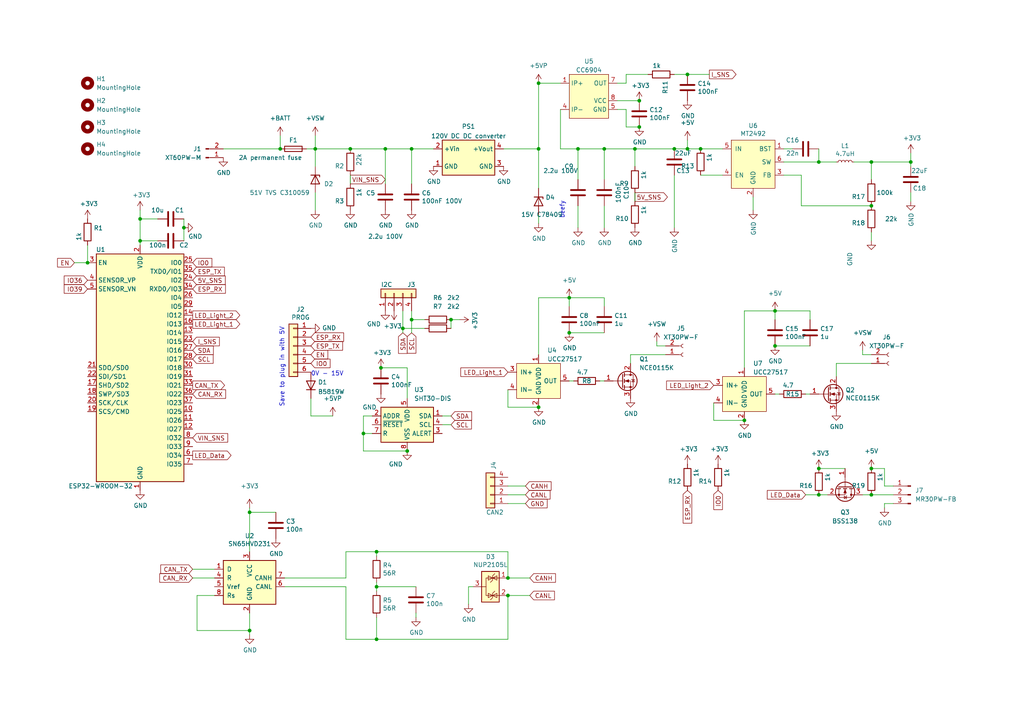
<source format=kicad_sch>
(kicad_sch (version 20211123) (generator eeschema)
  (paper "A4")
  (junction (at 147.32 172.72))
  (junction (at 147.32 167.64))
  (junction (at 72.39 182.88))
  (junction (at 110.49 106.68))
  (junction (at 165.1 96.52))
  (junction (at 109.22 185.42))
  (junction (at 91.44 43.18))
  (junction (at 111.76 43.18))
  (junction (at 199.39 21.59))
  (junction (at 40.64 69.85))
  (junction (at 156.21 24.13))
  (junction (at 185.42 29.21))
  (junction (at 252.73 135.89))
  (junction (at 72.39 148.59))
  (junction (at 185.42 36.83))
  (junction (at 252.73 59.69))
  (junction (at 118.11 130.81))
  (junction (at 53.34 66.04))
  (junction (at 175.26 43.18))
  (junction (at 156.21 118.11))
  (junction (at 156.21 43.18))
  (junction (at 119.38 92.71))
  (junction (at 130.81 92.71))
  (junction (at 105.41 125.73))
  (junction (at 116.84 95.25))
  (junction (at 81.28 43.18))
  (junction (at 224.79 90.17))
  (junction (at 252.73 143.51))
  (junction (at 109.22 170.18))
  (junction (at 264.16 46.99))
  (junction (at 224.79 100.33))
  (junction (at 109.22 160.02))
  (junction (at 237.49 143.51))
  (junction (at 199.39 43.18))
  (junction (at 237.49 135.89))
  (junction (at 203.2 43.18))
  (junction (at 237.49 46.99))
  (junction (at 40.64 63.5))
  (junction (at 25.4 76.2))
  (junction (at 184.15 43.18))
  (junction (at 101.6 43.18))
  (junction (at 215.9 121.92))
  (junction (at 167.64 43.18))
  (junction (at 165.1 86.36))
  (junction (at 252.73 46.99))
  (junction (at 195.58 43.18))
  (junction (at 119.38 43.18))
  (wire (pts (xy 175.26 96.52) (xy 165.1 96.52)))
  (wire (pts (xy 147.32 160.02) (xy 147.32 167.64)))
  (wire (pts (xy 40.64 69.85) (xy 40.64 63.5)))
  (wire (pts (xy 128.27 123.19) (xy 130.81 123.19)))
  (wire (pts (xy 82.55 167.64) (xy 100.33 167.64)))
  (wire (pts (xy 57.15 182.88) (xy 72.39 182.88)))
  (wire (pts (xy 234.95 90.17) (xy 234.95 92.71)))
  (wire (pts (xy 156.21 54.61) (xy 156.21 43.18)))
  (wire (pts (xy 82.55 170.18) (xy 100.33 170.18)))
  (wire (pts (xy 152.4 140.97) (xy 147.32 140.97)))
  (wire (pts (xy 91.44 43.18) (xy 101.6 43.18)))
  (wire (pts (xy 250.19 143.51) (xy 252.73 143.51)))
  (wire (pts (xy 195.58 50.8) (xy 195.58 66.04)))
  (wire (pts (xy 81.28 39.37) (xy 81.28 43.18)))
  (wire (pts (xy 252.73 67.31) (xy 252.73 69.85)))
  (wire (pts (xy 91.44 39.37) (xy 91.44 43.18)))
  (wire (pts (xy 105.41 120.65) (xy 105.41 125.73)))
  (wire (pts (xy 147.32 118.11) (xy 147.32 113.03)))
  (wire (pts (xy 96.52 120.65) (xy 90.17 120.65)))
  (wire (pts (xy 224.79 90.17) (xy 234.95 90.17)))
  (wire (pts (xy 100.33 170.18) (xy 100.33 185.42)))
  (wire (pts (xy 227.33 46.99) (xy 237.49 46.99)))
  (wire (pts (xy 101.6 53.34) (xy 101.6 50.8)))
  (wire (pts (xy 165.1 86.36) (xy 165.1 88.9)))
  (wire (pts (xy 252.73 143.51) (xy 259.08 143.51)))
  (wire (pts (xy 232.41 50.8) (xy 232.41 59.69)))
  (wire (pts (xy 175.26 43.18) (xy 184.15 43.18)))
  (wire (pts (xy 237.49 46.99) (xy 242.57 46.99)))
  (wire (pts (xy 256.54 147.32) (xy 256.54 146.05)))
  (wire (pts (xy 109.22 160.02) (xy 147.32 160.02)))
  (wire (pts (xy 53.34 66.04) (xy 53.34 63.5)))
  (wire (pts (xy 181.61 31.75) (xy 181.61 36.83)))
  (wire (pts (xy 237.49 135.89) (xy 245.11 135.89)))
  (wire (pts (xy 252.73 46.99) (xy 264.16 46.99)))
  (wire (pts (xy 215.9 121.92) (xy 207.01 121.92)))
  (wire (pts (xy 181.61 24.13) (xy 179.07 24.13)))
  (wire (pts (xy 227.33 43.18) (xy 229.87 43.18)))
  (wire (pts (xy 107.95 120.65) (xy 105.41 120.65)))
  (wire (pts (xy 105.41 125.73) (xy 105.41 130.81)))
  (wire (pts (xy 193.04 102.87) (xy 182.88 102.87)))
  (wire (pts (xy 64.77 43.18) (xy 81.28 43.18)))
  (wire (pts (xy 111.76 43.18) (xy 119.38 43.18)))
  (wire (pts (xy 165.1 86.36) (xy 175.26 86.36)))
  (wire (pts (xy 184.15 58.42) (xy 184.15 55.88)))
  (wire (pts (xy 105.41 130.81) (xy 118.11 130.81)))
  (wire (pts (xy 152.4 146.05) (xy 147.32 146.05)))
  (wire (pts (xy 25.4 76.2) (xy 25.4 71.12)))
  (wire (pts (xy 100.33 160.02) (xy 100.33 167.64)))
  (wire (pts (xy 110.49 106.68) (xy 118.11 106.68)))
  (wire (pts (xy 21.59 76.2) (xy 25.4 76.2)))
  (wire (pts (xy 190.5 100.33) (xy 190.5 99.06)))
  (wire (pts (xy 162.56 43.18) (xy 167.64 43.18)))
  (wire (pts (xy 247.65 46.99) (xy 252.73 46.99)))
  (wire (pts (xy 100.33 185.42) (xy 109.22 185.42)))
  (wire (pts (xy 88.9 43.18) (xy 91.44 43.18)))
  (wire (pts (xy 119.38 43.18) (xy 119.38 53.34)))
  (wire (pts (xy 203.2 50.8) (xy 209.55 50.8)))
  (wire (pts (xy 109.22 185.42) (xy 147.32 185.42)))
  (wire (pts (xy 120.65 179.07) (xy 120.65 177.8)))
  (wire (pts (xy 91.44 55.88) (xy 91.44 60.96)))
  (wire (pts (xy 182.88 102.87) (xy 182.88 105.41)))
  (wire (pts (xy 175.26 52.07) (xy 175.26 43.18)))
  (wire (pts (xy 207.01 121.92) (xy 207.01 116.84)))
  (wire (pts (xy 162.56 24.13) (xy 156.21 24.13)))
  (wire (pts (xy 109.22 168.91) (xy 109.22 170.18)))
  (wire (pts (xy 226.06 114.3) (xy 224.79 114.3)))
  (wire (pts (xy 193.04 100.33) (xy 190.5 100.33)))
  (wire (pts (xy 109.22 160.02) (xy 109.22 161.29)))
  (wire (pts (xy 123.19 92.71) (xy 119.38 92.71)))
  (wire (pts (xy 227.33 50.8) (xy 232.41 50.8)))
  (wire (pts (xy 167.64 52.07) (xy 167.64 43.18)))
  (wire (pts (xy 55.88 165.1) (xy 62.23 165.1)))
  (wire (pts (xy 91.44 43.18) (xy 91.44 48.26)))
  (wire (pts (xy 156.21 86.36) (xy 156.21 102.87)))
  (wire (pts (xy 100.33 160.02) (xy 109.22 160.02)))
  (wire (pts (xy 45.72 69.85) (xy 40.64 69.85)))
  (wire (pts (xy 116.84 95.25) (xy 116.84 90.17)))
  (wire (pts (xy 53.34 69.85) (xy 53.34 66.04)))
  (wire (pts (xy 162.56 31.75) (xy 162.56 43.18)))
  (wire (pts (xy 256.54 140.97) (xy 256.54 135.89)))
  (wire (pts (xy 199.39 43.18) (xy 203.2 43.18)))
  (wire (pts (xy 252.73 52.07) (xy 252.73 46.99)))
  (wire (pts (xy 250.19 102.87) (xy 250.19 101.6)))
  (wire (pts (xy 175.26 110.49) (xy 173.99 110.49)))
  (wire (pts (xy 62.23 172.72) (xy 57.15 172.72)))
  (wire (pts (xy 187.96 21.59) (xy 181.61 21.59)))
  (wire (pts (xy 224.79 90.17) (xy 215.9 90.17)))
  (wire (pts (xy 130.81 92.71) (xy 130.81 95.25)))
  (wire (pts (xy 130.81 92.71) (xy 133.35 92.71)))
  (wire (pts (xy 237.49 143.51) (xy 240.03 143.51)))
  (wire (pts (xy 135.89 170.18) (xy 137.16 170.18)))
  (wire (pts (xy 165.1 86.36) (xy 156.21 86.36)))
  (wire (pts (xy 195.58 21.59) (xy 199.39 21.59)))
  (wire (pts (xy 233.68 143.51) (xy 237.49 143.51)))
  (wire (pts (xy 72.39 148.59) (xy 72.39 160.02)))
  (wire (pts (xy 252.73 102.87) (xy 250.19 102.87)))
  (wire (pts (xy 199.39 40.64) (xy 199.39 43.18)))
  (wire (pts (xy 55.88 167.64) (xy 62.23 167.64)))
  (wire (pts (xy 116.84 96.52) (xy 116.84 95.25)))
  (wire (pts (xy 119.38 96.52) (xy 119.38 92.71)))
  (wire (pts (xy 40.64 63.5) (xy 40.64 60.96)))
  (wire (pts (xy 135.89 175.26) (xy 135.89 170.18)))
  (wire (pts (xy 199.39 21.59) (xy 205.74 21.59)))
  (wire (pts (xy 146.05 43.18) (xy 156.21 43.18)))
  (wire (pts (xy 130.81 120.65) (xy 128.27 120.65)))
  (wire (pts (xy 147.32 167.64) (xy 153.67 167.64)))
  (wire (pts (xy 166.37 110.49) (xy 165.1 110.49)))
  (wire (pts (xy 179.07 31.75) (xy 181.61 31.75)))
  (wire (pts (xy 242.57 105.41) (xy 242.57 109.22)))
  (wire (pts (xy 123.19 95.25) (xy 116.84 95.25)))
  (wire (pts (xy 147.32 185.42) (xy 147.32 172.72)))
  (wire (pts (xy 252.73 105.41) (xy 242.57 105.41)))
  (wire (pts (xy 111.76 53.34) (xy 111.76 43.18)))
  (wire (pts (xy 90.17 120.65) (xy 90.17 115.57)))
  (wire (pts (xy 234.95 114.3) (xy 233.68 114.3)))
  (wire (pts (xy 80.01 148.59) (xy 72.39 148.59)))
  (wire (pts (xy 179.07 29.21) (xy 185.42 29.21)))
  (wire (pts (xy 237.49 43.18) (xy 237.49 46.99)))
  (wire (pts (xy 156.21 64.77) (xy 156.21 62.23)))
  (wire (pts (xy 167.64 59.69) (xy 167.64 66.04)))
  (wire (pts (xy 156.21 24.13) (xy 156.21 43.18)))
  (wire (pts (xy 259.08 140.97) (xy 256.54 140.97)))
  (wire (pts (xy 184.15 48.26) (xy 184.15 43.18)))
  (wire (pts (xy 264.16 44.45) (xy 264.16 46.99)))
  (wire (pts (xy 184.15 43.18) (xy 195.58 43.18)))
  (wire (pts (xy 72.39 147.32) (xy 72.39 148.59)))
  (wire (pts (xy 147.32 143.51) (xy 152.4 143.51)))
  (wire (pts (xy 109.22 170.18) (xy 109.22 171.45)))
  (wire (pts (xy 256.54 146.05) (xy 259.08 146.05)))
  (wire (pts (xy 101.6 43.18) (xy 111.76 43.18)))
  (wire (pts (xy 109.22 179.07) (xy 109.22 185.42)))
  (wire (pts (xy 45.72 63.5) (xy 40.64 63.5)))
  (wire (pts (xy 72.39 182.88) (xy 72.39 184.15)))
  (wire (pts (xy 209.55 43.18) (xy 203.2 43.18)))
  (wire (pts (xy 218.44 57.15) (xy 218.44 60.96)))
  (wire (pts (xy 118.11 106.68) (xy 118.11 115.57)))
  (wire (pts (xy 167.64 43.18) (xy 175.26 43.18)))
  (wire (pts (xy 105.41 125.73) (xy 107.95 125.73)))
  (wire (pts (xy 40.64 71.12) (xy 40.64 69.85)))
  (wire (pts (xy 57.15 172.72) (xy 57.15 182.88)))
  (wire (pts (xy 264.16 46.99) (xy 264.16 48.26)))
  (wire (pts (xy 252.73 135.89) (xy 256.54 135.89)))
  (wire (pts (xy 232.41 59.69) (xy 252.73 59.69)))
  (wire (pts (xy 147.32 172.72) (xy 153.67 172.72)))
  (wire (pts (xy 195.58 43.18) (xy 199.39 43.18)))
  (wire (pts (xy 181.61 36.83) (xy 185.42 36.83)))
  (wire (pts (xy 224.79 90.17) (xy 224.79 92.71)))
  (wire (pts (xy 119.38 92.71) (xy 119.38 90.17)))
  (wire (pts (xy 119.38 43.18) (xy 125.73 43.18)))
  (wire (pts (xy 181.61 21.59) (xy 181.61 24.13)))
  (wire (pts (xy 234.95 100.33) (xy 224.79 100.33)))
  (wire (pts (xy 175.26 59.69) (xy 175.26 66.04)))
  (wire (pts (xy 264.16 58.42) (xy 264.16 55.88)))
  (wire (pts (xy 175.26 86.36) (xy 175.26 88.9)))
  (wire (pts (xy 156.21 118.11) (xy 147.32 118.11)))
  (wire (pts (xy 120.65 170.18) (xy 109.22 170.18)))
  (wire (pts (xy 215.9 90.17) (xy 215.9 106.68)))
  (wire (pts (xy 72.39 177.8) (xy 72.39 182.88)))
  (text "Save to plug in with 5V" (at 82.55 118.11 90) (effects (font (size 1.27 1.27)) (justify left bottom)))
  (text "beefy" (at 163.83 63.5 90) (effects (font (size 1.27 1.27)) (justify left bottom)))
  (text "0V - 15V" (at 90.17 109.22 0) (effects (font (size 1.27 1.27)) (justify left bottom)))
  (global_label "SDA" (shape input) (at 130.81 120.65 0) (property "Intersheet References" "${INTERSHEET_REFS}" (effects hide)))
  (global_label "ESP_RX" (shape input) (at 90.17 97.79 0) (property "Referenzen zwischen Schaltplänen" "${INTERSHEET_REFS}" (effects hide)))
  (global_label "I_SNS" (shape input) (at 55.88 99.06 0) (property "Intersheet References" "${INTERSHEET_REFS}" (effects hide)))
  (global_label "LED_Light_2" (shape output) (at 55.88 91.44 0) (property "Intersheet References" "${INTERSHEET_REFS}" (effects hide)))
  (global_label "5V_SNS" (shape input) (at 55.88 81.28 0) (property "Intersheet References" "${INTERSHEET_REFS}" (effects hide)))
  (global_label "LED_Data" (shape input) (at 233.68 143.51 180) (property "Intersheet References" "${INTERSHEET_REFS}" (effects hide)))
  (global_label "VIN_SNS" (shape input) (at 55.88 127 0) (property "Intersheet References" "${INTERSHEET_REFS}" (effects hide)))
  (global_label "CANH" (shape input) (at 153.67 167.64 0) (property "Intersheet References" "${INTERSHEET_REFS}" (effects hide)))
  (global_label "I_SNS" (shape output) (at 205.74 21.59 0) (property "Intersheet References" "${INTERSHEET_REFS}" (effects hide)))
  (global_label "5V_SNS" (shape output) (at 184.15 57.15 0) (property "Intersheet References" "${INTERSHEET_REFS}" (effects hide)))
  (global_label "SCL" (shape input) (at 119.38 96.52 270) (property "Intersheet References" "${INTERSHEET_REFS}" (effects hide)))
  (global_label "ESP_RX" (shape input) (at 55.88 83.82 0) (property "Intersheet References" "${INTERSHEET_REFS}" (effects hide)))
  (global_label "ESP_TX" (shape input) (at 55.88 78.74 0) (property "Intersheet References" "${INTERSHEET_REFS}" (effects hide)))
  (global_label "LED_Light_2" (shape input) (at 207.01 111.76 180) (property "Intersheet References" "${INTERSHEET_REFS}" (effects hide)))
  (global_label "LED_Data" (shape output) (at 55.88 132.08 0) (property "Intersheet References" "${INTERSHEET_REFS}" (effects hide)))
  (global_label "CAN_RX" (shape input) (at 55.88 167.64 180) (property "Intersheet References" "${INTERSHEET_REFS}" (effects hide)))
  (global_label "IO0" (shape input) (at 90.17 105.41 0) (property "Referenzen zwischen Schaltplänen" "${INTERSHEET_REFS}" (effects hide)))
  (global_label "SDA" (shape input) (at 116.84 96.52 270) (property "Intersheet References" "${INTERSHEET_REFS}" (effects hide)))
  (global_label "CAN_RX" (shape input) (at 55.88 114.3 0) (property "Intersheet References" "${INTERSHEET_REFS}" (effects hide)))
  (global_label "LED_Light_1" (shape output) (at 55.88 93.98 0) (property "Intersheet References" "${INTERSHEET_REFS}" (effects hide)))
  (global_label "CAN_TX" (shape output) (at 55.88 111.76 0) (property "Intersheet References" "${INTERSHEET_REFS}" (effects hide)))
  (global_label "CANL" (shape input) (at 153.67 172.72 0) (property "Intersheet References" "${INTERSHEET_REFS}" (effects hide)))
  (global_label "SCL" (shape input) (at 55.88 104.14 0) (property "Intersheet References" "${INTERSHEET_REFS}" (effects hide)))
  (global_label "IO36" (shape input) (at 25.4 81.28 180) (property "Intersheet References" "${INTERSHEET_REFS}" (effects hide)))
  (global_label "LED_Light_1" (shape input) (at 147.32 107.95 180) (property "Intersheet References" "${INTERSHEET_REFS}" (effects hide)))
  (global_label "IO39" (shape input) (at 25.4 83.82 180) (property "Intersheet References" "${INTERSHEET_REFS}" (effects hide)))
  (global_label "GND" (shape input) (at 152.4 146.05 0) (property "Intersheet References" "${INTERSHEET_REFS}" (effects hide)))
  (global_label "VIN_SNS" (shape output) (at 101.6 52.07 0) (property "Intersheet References" "${INTERSHEET_REFS}" (effects hide)))
  (global_label "EN" (shape input) (at 90.17 102.87 0) (property "Referenzen zwischen Schaltplänen" "${INTERSHEET_REFS}" (effects hide)))
  (global_label "SCL" (shape input) (at 130.81 123.19 0) (property "Intersheet References" "${INTERSHEET_REFS}" (effects hide)))
  (global_label "EN" (shape input) (at 21.59 76.2 180) (property "Intersheet References" "${INTERSHEET_REFS}" (effects hide)))
  (global_label "CAN_TX" (shape input) (at 55.88 165.1 180) (property "Intersheet References" "${INTERSHEET_REFS}" (effects hide)))
  (global_label "CANL" (shape input) (at 152.4 143.51 0) (property "Intersheet References" "${INTERSHEET_REFS}" (effects hide)))
  (global_label "ESP_RX" (shape input) (at 199.39 142.24 270) (property "Intersheet References" "${INTERSHEET_REFS}" (effects hide)))
  (global_label "IO0" (shape input) (at 55.88 76.2 0) (property "Intersheet References" "${INTERSHEET_REFS}" (effects hide)))
  (global_label "CANH" (shape input) (at 152.4 140.97 0) (property "Intersheet References" "${INTERSHEET_REFS}" (effects hide)))
  (global_label "IO0" (shape input) (at 208.28 142.24 270) (property "Intersheet References" "${INTERSHEET_REFS}" (effects hide)))
  (global_label "SDA" (shape input) (at 55.88 101.6 0) (property "Intersheet References" "${INTERSHEET_REFS}" (effects hide)))
  (global_label "ESP_TX" (shape input) (at 90.17 100.33 0) (property "Referenzen zwischen Schaltplänen" "${INTERSHEET_REFS}" (effects hide)))
  (symbol (lib_id "RF_Module:ESP32-WROOM-32") (at 40.64 106.68 0) (unit 1)
    (property "Reference" "U1" (at 29.21 72.39 0))
    (property "Value" "ESP32-WROOM-32" (at 29.21 140.97 0))
    (property "Footprint" "RF_Module:ESP32-WROOM-32" (effects hide))
    (property "Datasheet" "https://www.espressif.com/sites/default/files/documentation/esp32-wroom-32_datasheet_en.pdf" (effects hide))
    (property "LCSC" "C701343" (effects hide))
  )
  (symbol (lib_id "power:GND") (at 40.64 142.24 0) (unit 1)
    (property "Reference" "#PWR03" (effects hide))
    (property "Value" "GND" (at 40.767 146.6342 0))
  )
  (symbol (lib_id "power:+3V3") (at 40.64 60.96 0) (unit 1)
    (property "Reference" "#PWR02" (effects hide))
    (property "Value" "+3V3" (at 41.021 56.5658 0))
  )
  (symbol (lib_id "Device:C") (at 49.53 69.85 270) (unit 1)
    (property "Reference" "C2" (at 53.34 71.12 90))
    (property "Value" "100n" (at 45.72 71.12 90))
    (property "Footprint" "Capacitor_SMD:C_0603_1608Metric" (effects hide))
    (property "LCSC" "C14663" (effects hide))
  )
  (symbol (lib_id "Device:C") (at 49.53 63.5 270) (unit 1)
    (property "Reference" "C1" (at 52.07 60.96 90))
    (property "Value" "10u" (at 45.72 60.96 90))
    (property "Footprint" "Capacitor_SMD:C_0603_1608Metric" (effects hide))
    (property "LCSC" "C19702" (effects hide))
  )
  (symbol (lib_id "power:GND") (at 53.34 66.04 90) (unit 1)
    (property "Reference" "#PWR04" (effects hide))
    (property "Value" "GND" (at 54.61 68.58 90) (effects (justify right)))
  )
  (symbol (lib_id "power:GND") (at 111.76 90.17 0) (unit 1)
    (property "Reference" "#PWR018" (effects hide))
    (property "Value" "GND" (at 110.49 93.98 0) (effects (justify right)))
  )
  (symbol (lib_id "Device:R") (at 25.4 67.31 0) (unit 1)
    (property "Reference" "R1" (at 27.178 66.1416 0) (effects (justify left)))
    (property "Value" "1k" (at 22.86 69.85 90) (effects (justify left)))
    (property "Footprint" "Resistor_SMD:R_0603_1608Metric" (effects hide))
    (property "LCSC" "C21190" (effects hide))
  )
  (symbol (lib_id "power:+3V3") (at 25.4 63.5 0) (unit 1)
    (property "Reference" "#PWR01" (effects hide))
    (property "Value" "+3V3" (at 25.781 59.1058 0))
  )
  (symbol (lib_id "Device:R") (at 199.39 138.43 180) (unit 1)
    (property "Reference" "R12" (at 197.612 139.5984 0) (effects (justify left)))
    (property "Value" "1k" (at 201.93 135.89 90) (effects (justify left)))
    (property "Footprint" "Resistor_SMD:R_0603_1608Metric" (effects hide))
    (property "LCSC" "C21190" (effects hide))
  )
  (symbol (lib_id "power:+3V3") (at 199.39 134.62 0) (unit 1)
    (property "Reference" "#PWR041" (effects hide))
    (property "Value" "+3V3" (at 199.771 130.2258 0))
  )
  (symbol (lib_id "Device:R") (at 208.28 138.43 180) (unit 1)
    (property "Reference" "R14" (at 206.502 139.5984 0) (effects (justify left)))
    (property "Value" "1k" (at 210.82 135.89 90) (effects (justify left)))
    (property "Footprint" "Resistor_SMD:R_0603_1608Metric" (effects hide))
    (property "LCSC" "C21190" (effects hide))
  )
  (symbol (lib_id "power:+3V3") (at 208.28 134.62 0) (unit 1)
    (property "Reference" "#PWR042" (effects hide))
    (property "Value" "+3V3" (at 208.661 130.2258 0))
  )
  (symbol (lib_id "Device:R") (at 109.22 165.1 0) (unit 1)
    (property "Reference" "R4" (at 110.998 163.9316 0) (effects (justify left)))
    (property "Value" "56R" (at 110.998 166.243 0) (effects (justify left)))
    (property "Footprint" "Resistor_SMD:R_0603_1608Metric" (effects hide))
    (property "LCSC" "C25196" (effects hide))
  )
  (symbol (lib_id "Device:R") (at 109.22 175.26 0) (unit 1)
    (property "Reference" "R5" (at 110.998 174.0916 0) (effects (justify left)))
    (property "Value" "56R" (at 110.998 176.403 0) (effects (justify left)))
    (property "Footprint" "Resistor_SMD:R_0603_1608Metric" (effects hide))
    (property "LCSC" "C25196" (effects hide))
  )
  (symbol (lib_id "Device:C") (at 120.65 173.99 0) (unit 1)
    (property "Reference" "C7" (at 123.571 172.8216 0) (effects (justify left)))
    (property "Value" "100n" (at 123.571 175.133 0) (effects (justify left)))
    (property "Footprint" "Capacitor_SMD:C_0603_1608Metric" (effects hide))
    (property "LCSC" "C14663" (effects hide))
  )
  (symbol (lib_id "power:GND") (at 120.65 179.07 0) (unit 1)
    (property "Reference" "#PWR022" (effects hide))
    (property "Value" "GND" (at 120.777 183.4642 0))
  )
  (symbol (lib_id "power:GND") (at 72.39 184.15 0) (unit 1)
    (property "Reference" "#PWR07" (effects hide))
    (property "Value" "GND" (at 72.517 188.5442 0))
  )
  (symbol (lib_id "Device:C") (at 80.01 152.4 0) (unit 1)
    (property "Reference" "C3" (at 82.931 151.2316 0) (effects (justify left)))
    (property "Value" "100n" (at 82.931 153.543 0) (effects (justify left)))
    (property "Footprint" "Capacitor_SMD:C_0603_1608Metric" (effects hide))
    (property "LCSC" "C14663" (effects hide))
  )
  (symbol (lib_id "power:GND") (at 80.01 156.21 0) (unit 1)
    (property "Reference" "#PWR08" (effects hide))
    (property "Value" "GND" (at 80.137 160.6042 0))
  )
  (symbol (lib_id "Power_Protection:NUP2105L") (at 142.24 170.18 270) (unit 1)
    (property "Reference" "D3" (at 142.24 161.4932 90))
    (property "Value" "NUP2105L" (at 142.24 163.8046 90))
    (property "Footprint" "Package_TO_SOT_SMD:SOT-23" (effects hide))
    (property "Datasheet" "http://www.onsemi.com/pub_link/Collateral/NUP2105L-D.PDF" (effects hide))
    (property "LCSC" "C284104" (effects hide))
  )
  (symbol (lib_id "power:GND") (at 135.89 175.26 0) (unit 1)
    (property "Reference" "#PWR025" (effects hide))
    (property "Value" "GND" (at 136.017 179.6542 0))
  )
  (symbol (lib_id "Connector_Generic:Conn_01x04") (at 142.24 143.51 180) (unit 1)
    (property "Reference" "J4" (at 143.1544 136.1948 90) (effects (justify right)))
    (property "Value" "CAN2" (at 140.97 148.59 0) (effects (justify right)))
    (property "Footprint" "Connector_JST:JST_XH_B4B-XH-A_1x04_P2.50mm_Vertical" (effects hide))
    (property "LCSC" "C144395" (effects hide))
  )
  (symbol (lib_id "Connector_Generic:Conn_01x04") (at 114.3 85.09 90) (unit 1)
    (property "Reference" "J3" (at 118.11 82.55 90) (effects (justify right)))
    (property "Value" "I2C" (at 110.49 82.55 90) (effects (justify right)))
    (property "Footprint" "Connector_JST:JST_SH_SM04B-SRSS-TB_1x04-1MP_P1.00mm_Horizontal" (effects hide))
    (property "LCSC" "C160404" (effects hide))
  )
  (symbol (lib_id "Device:R") (at 127 92.71 90) (unit 1)
    (property "Reference" "R6" (at 128.27 86.36 90) (effects (justify left)))
    (property "Value" "2k2" (at 133.35 86.36 90) (effects (justify left)))
    (property "Footprint" "Resistor_SMD:R_0603_1608Metric" (effects hide))
    (property "LCSC" "C4190" (effects hide))
  )
  (symbol (lib_id "Device:R") (at 127 95.25 90) (unit 1)
    (property "Reference" "R7" (at 128.27 88.9 90) (effects (justify left)))
    (property "Value" "2k2" (at 133.35 88.9 90) (effects (justify left)))
    (property "Footprint" "Resistor_SMD:R_0603_1608Metric" (effects hide))
    (property "LCSC" "C4190" (effects hide))
  )
  (symbol (lib_id "power:+3V3") (at 133.35 92.71 270) (unit 1)
    (property "Reference" "#PWR024" (effects hide))
    (property "Value" "+3V3" (at 137.7442 93.091 0))
  )
  (symbol (lib_id "power:+3V3") (at 114.3 90.17 180) (unit 1)
    (property "Reference" "#PWR019" (effects hide))
    (property "Value" "+3V3" (at 113.919 94.5642 0))
  )
  (symbol (lib_id "Interface_CAN_LIN:SN65HVD231") (at 72.39 167.64 0) (unit 1)
    (property "Reference" "U2" (at 72.39 155.4226 0))
    (property "Value" "SN65HVD231" (at 72.39 157.734 0))
    (property "Footprint" "Package_SO:SOIC-8_3.9x4.9mm_P1.27mm" (effects hide))
    (property "Datasheet" "http://www.ti.com/lit/ds/symlink/sn65hvd230.pdf" (effects hide))
    (property "LCSC" "C30530" (effects hide))
  )
  (symbol (lib_id "power:+3V3") (at 72.39 147.32 0) (unit 1)
    (property "Reference" "#PWR06" (effects hide))
    (property "Value" "+3V3" (at 72.39 140.97 0))
  )
  (symbol (lib_id "power:GND") (at 218.44 60.96 0) (unit 1)
    (property "Reference" "#PWR044" (effects hide))
    (property "Value" "GND" (at 218.567 64.2112 90) (effects (justify right)))
  )
  (symbol (lib_id "Device:R") (at 252.73 55.88 180) (unit 1)
    (property "Reference" "R17" (at 250.952 57.0484 0) (effects (justify left)))
    (property "Value" "100k" (at 259.08 55.88 0) (effects (justify left)))
    (property "Footprint" "Resistor_SMD:R_0603_1608Metric" (effects hide))
    (property "LCSC" "C25803" (effects hide))
  )
  (symbol (lib_id "Device:R") (at 252.73 63.5 180) (unit 1)
    (property "Reference" "R18" (at 250.952 64.6684 0) (effects (justify left)))
    (property "Value" "22k" (at 260.35 63.5 0) (effects (justify left)))
    (property "Footprint" "Resistor_SMD:R_0603_1608Metric" (effects hide))
    (property "LCSC" "C31850" (effects hide))
  )
  (symbol (lib_id "power:GND") (at 252.73 69.85 0) (unit 1)
    (property "Reference" "#PWR050" (effects hide))
    (property "Value" "GND" (at 246.507 73.1012 90) (effects (justify right)))
  )
  (symbol (lib_id "Device:C") (at 264.16 52.07 180) (unit 1)
    (property "Reference" "C18" (at 266.7 54.61 0))
    (property "Value" "22uF" (at 266.7 49.53 0))
    (property "Footprint" "Capacitor_SMD:C_0805_2012Metric" (effects hide))
    (property "LCSC" "C45783" (effects hide))
  )
  (symbol (lib_id "Device:R") (at 203.2 46.99 180) (unit 1)
    (property "Reference" "R13" (at 201.422 48.1584 0) (effects (justify left)))
    (property "Value" "1k" (at 205.74 44.45 90) (effects (justify left)))
    (property "Footprint" "Resistor_SMD:R_0603_1608Metric" (effects hide))
    (property "LCSC" "C21190" (effects hide))
  )
  (symbol (lib_id "power:GND") (at 195.58 66.04 0) (unit 1)
    (property "Reference" "#PWR038" (effects hide))
    (property "Value" "GND" (at 195.707 69.2912 90) (effects (justify right)))
  )
  (symbol (lib_id "power:GND") (at 264.16 58.42 0) (unit 1)
    (property "Reference" "#PWR054" (effects hide))
    (property "Value" "GND" (at 264.287 61.6712 90) (effects (justify right)))
  )
  (symbol (lib_id "power:+3.3V") (at 264.16 44.45 0) (unit 1)
    (property "Reference" "#PWR053" (effects hide))
    (property "Value" "+3.3V" (at 264.541 40.0558 0))
  )
  (symbol (lib_id "Device:C") (at 195.58 46.99 180) (unit 1)
    (property "Reference" "C13" (at 198.12 49.53 0))
    (property "Value" "22uF" (at 198.12 44.45 0))
    (property "Footprint" "Capacitor_SMD:C_0805_2012Metric" (effects hide))
    (property "LCSC" "C45783" (effects hide))
  )
  (symbol (lib_id "boardcomputer:MPM2359") (at 212.09 40.64 0) (unit 1)
    (property "Reference" "U6" (at 218.44 36.449 0))
    (property "Value" "MT2492" (at 218.44 38.7604 0))
    (property "Footprint" "Package_TO_SOT_SMD:SOT-23-6" (effects hide))
    (property "Datasheet" "https://datasheet.lcsc.com/lcsc/1810262207_XI-AN-Aerosemi-Tech-MT2492_C89358.pdf" (effects hide))
    (property "LCSC" "C89358" (effects hide))
  )
  (symbol (lib_id "Device:C") (at 233.68 43.18 270) (unit 1)
    (property "Reference" "C16" (at 229.87 40.64 90))
    (property "Value" "22n" (at 229.87 44.45 90))
    (property "Footprint" "Capacitor_SMD:C_0603_1608Metric" (effects hide))
    (property "LCSC" "C21122" (effects hide))
  )
  (symbol (lib_id "Device:L_Small") (at 245.11 46.99 90) (unit 1)
    (property "Reference" "L1" (at 245.11 42.291 90))
    (property "Value" "4.7uH" (at 245.11 44.6024 90))
    (property "Footprint" "boardcomputer:L_5040" (effects hide))
    (property "LCSC" "C354606" (effects hide))
  )
  (symbol (lib_id "power:GND") (at 185.42 36.83 0) (unit 1)
    (property "Reference" "#PWR036" (effects hide))
    (property "Value" "GND" (at 185.547 41.2242 0))
  )
  (symbol (lib_id "power:GND") (at 256.54 147.32 0) (unit 1)
    (property "Reference" "#PWR052" (effects hide))
    (property "Value" "GND" (at 256.667 151.7142 0))
  )
  (symbol (lib_id "power:GND") (at 156.21 118.11 0) (unit 1)
    (property "Reference" "#PWR028" (effects hide))
    (property "Value" "GND" (at 156.337 122.5042 0))
  )
  (symbol (lib_id "Bobbycontroller:UCC27517") (at 215.9 114.3 0) (unit 1)
    (property "Reference" "U7" (at 218.44 105.41 0) (effects (justify left)))
    (property "Value" "UCC27517" (at 218.44 107.95 0) (effects (justify left)))
    (property "Footprint" "Package_TO_SOT_SMD:SOT-23-5" (effects hide))
    (property "Datasheet" "https://www.ti.com/lit/ds/symlink/ucc27517.pdf" (effects hide))
    (property "LCSC" "C99395" (effects hide))
  )
  (symbol (lib_id "Device:R") (at 184.15 52.07 180) (unit 1)
    (property "Reference" "R9" (at 182.372 53.2384 0) (effects (justify left)))
    (property "Value" "1k" (at 186.69 49.53 90) (effects (justify left)))
    (property "Footprint" "Resistor_SMD:R_0603_1608Metric" (effects hide))
    (property "LCSC" "C21190" (effects hide))
  )
  (symbol (lib_id "Device:C") (at 110.49 110.49 0) (unit 1)
    (property "Reference" "C4" (at 113.411 109.3216 0) (effects (justify left)))
    (property "Value" "100nF" (at 113.411 111.633 0) (effects (justify left)))
    (property "Footprint" "Capacitor_SMD:C_0603_1608Metric" (effects hide))
    (property "LCSC" "C14663" (effects hide))
  )
  (symbol (lib_id "power:GND") (at 146.05 48.26 0) (unit 1)
    (property "Reference" "#PWR026" (effects hide))
    (property "Value" "GND" (at 146.177 52.6542 0))
  )
  (symbol (lib_id "power:+VSW") (at 190.5 99.06 0) (unit 1)
    (property "Reference" "#PWR037" (effects hide))
    (property "Value" "+VSW" (at 190.5 93.98 0))
  )
  (symbol (lib_id "power:GND") (at 165.1 96.52 0) (unit 1)
    (property "Reference" "#PWR030" (effects hide))
    (property "Value" "GND" (at 165.227 100.9142 0))
  )
  (symbol (lib_id "power:GND") (at 215.9 121.92 0) (unit 1)
    (property "Reference" "#PWR043" (effects hide))
    (property "Value" "GND" (at 216.027 126.3142 0))
  )
  (symbol (lib_id "Bobbycontroller:120V_DCDC") (at 135.89 45.72 0) (unit 1)
    (property "Reference" "PS1" (at 135.89 36.6735 0))
    (property "Value" "120V DC DC converter" (at 135.89 39.4486 0))
    (property "Footprint" "Bobbycar-FOC-hardware:Converter_DCDC_120V" (effects hide))
  )
  (symbol (lib_id "power:GND") (at 111.76 60.96 0) (unit 1)
    (property "Reference" "#PWR017" (effects hide))
    (property "Value" "GND" (at 111.887 65.3542 0))
  )
  (symbol (lib_id "Device:R") (at 237.49 139.7 180) (unit 1)
    (property "Reference" "R16" (at 235.712 140.8684 0) (effects (justify left)))
    (property "Value" "1k" (at 240.03 137.16 90) (effects (justify left)))
    (property "Footprint" "Resistor_SMD:R_0603_1608Metric" (effects hide))
    (property "LCSC" "C21190" (effects hide))
  )
  (symbol (lib_id "Transistor_FET:BSP89") (at 240.03 114.3 0) (unit 1)
    (property "Reference" "Q2" (at 245.2116 113.1316 0) (effects (justify left)))
    (property "Value" "NCE0115K" (at 245.2116 115.443 0) (effects (justify left)))
    (property "Footprint" "Package_TO_SOT_SMD:TO-252-2" (effects hide))
    (property "LCSC" "C108637" (effects hide))
  )
  (symbol (lib_id "Connector:Conn_01x03_Male") (at 264.16 143.51 0) (mirror y) (unit 1)
    (property "Reference" "J7" (at 265.43 142.2399 0) (effects (justify right)))
    (property "Value" "MR30PW-FB" (at 265.43 144.7799 0) (effects (justify right)))
    (property "Footprint" "Connector_AMASS:AMASS_MR30PW-FB_1x03_P3.50mm_Horizontal" (effects hide))
  )
  (symbol (lib_id "Device:C") (at 167.64 55.88 0) (unit 1)
    (property "Reference" "C9" (at 166.37 48.26 0) (effects (justify right)))
    (property "Value" "2.2u 100V" (at 167.64 49.53 0) (effects (justify right)))
    (property "Footprint" "Capacitor_SMD:C_1210_3225Metric" (effects hide))
    (property "place" "hand" (effects hide))
    (property "LCSC" "C76685" (effects hide))
  )
  (symbol (lib_id "power:GND") (at 119.38 60.96 0) (unit 1)
    (property "Reference" "#PWR021" (effects hide))
    (property "Value" "GND" (at 119.507 65.3542 0))
  )
  (symbol (lib_id "Sensor_Humidity:SHT30-DIS") (at 118.11 123.19 0) (unit 1)
    (property "Reference" "U3" (at 120.1294 113.03 0) (effects (justify left)))
    (property "Value" "SHT30-DIS" (at 120.1294 115.57 0) (effects (justify left)))
    (property "Footprint" "Sensor_Humidity:Sensirion_DFN-8-1EP_2.5x2.5mm_P0.5mm_EP1.1x1.7mm" (effects hide))
    (property "Datasheet" "https://www.sensirion.com/fileadmin/user_upload/customers/sensirion/Dokumente/2_Humidity_Sensors/Datasheets/Sensirion_Humidity_Sensors_SHT3x_Datasheet_digital.pdf" (effects hide))
    (property "LCSC" "C77361" (effects hide))
  )
  (symbol (lib_id "Mechanical:MountingHole") (at 25.4 30.48 0) (unit 1)
    (property "Reference" "H2" (at 27.94 29.2099 0) (effects (justify left)))
    (property "Value" "MountingHole" (at 27.94 31.7499 0) (effects (justify left)))
    (property "Footprint" "MountingHole:MountingHole_3.2mm_M3_DIN965_Pad" (effects hide))
  )
  (symbol (lib_id "Device:C") (at 111.76 57.15 0) (unit 1)
    (property "Reference" "C5" (at 108.839 55.9816 0) (effects (justify right)))
    (property "Value" "2.2u 100V" (at 116.84 68.58 0) (effects (justify right)))
    (property "Footprint" "Capacitor_SMD:C_1210_3225Metric" (effects hide))
    (property "place" "hand" (effects hide))
    (property "LCSC" "C76685" (effects hide))
  )
  (symbol (lib_id "Device:R") (at 101.6 46.99 180) (unit 1)
    (property "Reference" "R2" (at 99.822 48.1584 0) (effects (justify left)))
    (property "Value" "22k" (at 104.14 44.45 90) (effects (justify left)))
    (property "Footprint" "Resistor_SMD:R_0603_1608Metric" (effects hide))
    (property "LCSC" "C31850" (effects hide))
  )
  (symbol (lib_id "Connector_Generic:Conn_01x06") (at 85.09 100.33 0) (mirror y) (unit 1)
    (property "Reference" "J2" (at 87.1728 89.7382 0))
    (property "Value" "PROG" (at 87.1728 92.0496 0))
    (property "Footprint" "Connector_JST:JST_XH_B6B-XH-A_1x06_P2.50mm_Vertical" (effects hide))
    (property "LCSC Part #" "C144397" (effects hide))
  )
  (symbol (lib_id "power:+3V3") (at 110.49 106.68 0) (unit 1)
    (property "Reference" "#PWR015" (effects hide))
    (property "Value" "+3V3" (at 110.871 102.2858 0))
  )
  (symbol (lib_id "power:GND") (at 125.73 48.26 0) (unit 1)
    (property "Reference" "#PWR023" (effects hide))
    (property "Value" "GND" (at 125.857 52.6542 0))
  )
  (symbol (lib_id "power:GND") (at 64.77 45.72 0) (unit 1)
    (property "Reference" "#PWR05" (effects hide))
    (property "Value" "GND" (at 64.897 50.1142 0))
  )
  (symbol (lib_id "Device:C") (at 199.39 25.4 0) (unit 1)
    (property "Reference" "C14" (at 202.311 24.2316 0) (effects (justify left)))
    (property "Value" "100nF" (at 202.311 26.543 0) (effects (justify left)))
    (property "Footprint" "Capacitor_SMD:C_0603_1608Metric" (effects hide))
    (property "LCSC" "C14663" (effects hide))
  )
  (symbol (lib_id "Device:D") (at 90.17 111.76 90) (unit 1)
    (property "Reference" "D1" (at 92.202 110.8515 90) (effects (justify right)))
    (property "Value" "B5819W" (at 92.202 113.6266 90) (effects (justify right)))
    (property "Footprint" "Diode_SMD:D_SOD-123" (effects hide))
    (property "LCSC Part #" "C8598" (effects hide))
  )
  (symbol (lib_id "Device:R") (at 191.77 21.59 270) (unit 1)
    (property "Reference" "R11" (at 192.9384 23.368 0) (effects (justify left)))
    (property "Value" "1k" (at 189.23 19.05 90) (effects (justify left)))
    (property "Footprint" "Resistor_SMD:R_0603_1608Metric" (effects hide))
    (property "LCSC" "C21190" (effects hide))
  )
  (symbol (lib_id "Device:Fuse") (at 85.09 43.18 270) (unit 1)
    (property "Reference" "F1" (at 85.09 40.64 90))
    (property "Value" "2A permanent fuse" (at 87.63 45.72 90) (effects (justify right)))
    (property "Footprint" "Fuse:Fuse_1206_3216Metric" (effects hide))
    (property "LCSC" "C182310" (effects hide))
  )
  (symbol (lib_id "power:+VSW") (at 91.44 39.37 0) (unit 1)
    (property "Reference" "#PWR011" (effects hide))
    (property "Value" "+VSW" (at 91.44 34.29 0))
  )
  (symbol (lib_id "power:GND") (at 184.15 66.04 0) (unit 1)
    (property "Reference" "#PWR034" (effects hide))
    (property "Value" "GND" (at 184.277 70.4342 0))
  )
  (symbol (lib_id "Device:R") (at 184.15 62.23 180) (unit 1)
    (property "Reference" "R10" (at 182.372 63.3984 0) (effects (justify left)))
    (property "Value" "1k" (at 186.69 59.69 90) (effects (justify left)))
    (property "Footprint" "Resistor_SMD:R_0603_1608Metric" (effects hide))
    (property "LCSC" "C21190" (effects hide))
  )
  (symbol (lib_id "Connector:Conn_01x02_Male") (at 59.69 45.72 0) (mirror x) (unit 1)
    (property "Reference" "J1" (at 58.42 43.1799 0) (effects (justify right)))
    (property "Value" "XT60PW-M" (at 58.42 45.7199 0) (effects (justify right)))
    (property "Footprint" "boardcomputer:Amass_XT60PW-M" (effects hide))
    (property "LCSC" "C98732" (effects hide))
  )
  (symbol (lib_id "power:+5V") (at 165.1 86.36 0) (unit 1)
    (property "Reference" "#PWR029" (effects hide))
    (property "Value" "+5V" (at 165.1 81.28 0))
  )
  (symbol (lib_id "Device:C") (at 119.38 57.15 0) (unit 1)
    (property "Reference" "C6" (at 122.301 55.9816 0) (effects (justify left)))
    (property "Value" "100nF 100V" (at 122.301 58.293 0) (effects (justify left)))
    (property "Footprint" "Capacitor_SMD:C_0603_1608Metric" (effects hide))
    (property "LCSC" "C113803" (effects hide))
  )
  (symbol (lib_id "Device:R") (at 101.6 57.15 180) (unit 1)
    (property "Reference" "R3" (at 99.822 58.3184 0) (effects (justify left)))
    (property "Value" "1k" (at 104.14 54.61 90) (effects (justify left)))
    (property "Footprint" "Resistor_SMD:R_0603_1608Metric" (effects hide))
    (property "LCSC" "C21190" (effects hide))
  )
  (symbol (lib_id "power:+BATT") (at 81.28 39.37 0) (unit 1)
    (property "Reference" "#PWR09" (effects hide))
    (property "Value" "+BATT" (at 81.28 34.29 0))
  )
  (symbol (lib_id "power:+3V3") (at 237.49 135.89 0) (unit 1)
    (property "Reference" "#PWR047" (effects hide))
    (property "Value" "+3V3" (at 237.871 131.4958 0))
  )
  (symbol (lib_id "power:GND") (at 118.11 130.81 0) (unit 1)
    (property "Reference" "#PWR020" (effects hide))
    (property "Value" "GND" (at 116.84 134.62 0) (effects (justify right)))
  )
  (symbol (lib_id "power:+VSW") (at 250.19 101.6 0) (unit 1)
    (property "Reference" "#PWR049" (effects hide))
    (property "Value" "+VSW" (at 250.19 96.52 0))
  )
  (symbol (lib_id "Device:R") (at 229.87 114.3 270) (unit 1)
    (property "Reference" "R15" (at 229.87 114.3 90))
    (property "Value" "4.7" (at 228.6 111.76 90))
    (property "Footprint" "Resistor_SMD:R_1206_3216Metric" (effects hide))
    (property "LCSC" "C17937" (effects hide))
  )
  (symbol (lib_id "power:GND") (at 110.49 114.3 0) (unit 1)
    (property "Reference" "#PWR016" (effects hide))
    (property "Value" "GND" (at 109.22 118.11 0) (effects (justify right)))
  )
  (symbol (lib_id "power:GND") (at 242.57 119.38 0) (unit 1)
    (property "Reference" "#PWR048" (effects hide))
    (property "Value" "GND" (at 242.697 123.7742 0))
  )
  (symbol (lib_id "power:GND") (at 182.88 115.57 0) (unit 1)
    (property "Reference" "#PWR033" (effects hide))
    (property "Value" "GND" (at 183.007 119.9642 0))
  )
  (symbol (lib_id "power:+5V") (at 224.79 90.17 0) (unit 1)
    (property "Reference" "#PWR045" (effects hide))
    (property "Value" "+5V" (at 224.79 85.09 0))
  )
  (symbol (lib_id "power:+5V") (at 199.39 40.64 0) (unit 1)
    (property "Reference" "#PWR040" (effects hide))
    (property "Value" "+5V" (at 199.39 35.56 0))
  )
  (symbol (lib_id "power:GND") (at 175.26 66.04 0) (unit 1)
    (property "Reference" "#PWR032" (effects hide))
    (property "Value" "GND" (at 175.387 70.4342 0))
  )
  (symbol (lib_id "power:GND") (at 224.79 100.33 0) (unit 1)
    (property "Reference" "#PWR046" (effects hide))
    (property "Value" "GND" (at 224.917 104.7242 0))
  )
  (symbol (lib_id "power:GND") (at 199.39 29.21 0) (unit 1)
    (property "Reference" "#PWR039" (effects hide))
    (property "Value" "GND" (at 199.517 33.6042 0))
  )
  (symbol (lib_id "Device:C") (at 234.95 96.52 0) (unit 1)
    (property "Reference" "C17" (at 237.871 95.3516 0) (effects (justify left)))
    (property "Value" "1u" (at 237.871 97.663 0) (effects (justify left)))
    (property "Footprint" "Capacitor_SMD:C_0805_2012Metric" (effects hide))
    (property "LCSC" "C28323" (effects hide))
  )
  (symbol (lib_id "power:GND") (at 90.17 95.25 90) (unit 1)
    (property "Reference" "#PWR010" (effects hide))
    (property "Value" "GND" (at 93.4212 95.123 90) (effects (justify right)))
  )
  (symbol (lib_id "Transistor_FET:BSP89") (at 180.34 110.49 0) (unit 1)
    (property "Reference" "Q1" (at 185.42 104.14 0) (effects (justify left)))
    (property "Value" "NCE0115K" (at 185.42 106.68 0) (effects (justify left)))
    (property "Footprint" "Package_TO_SOT_SMD:TO-252-2" (effects hide))
    (property "LCSC" "C108637" (effects hide))
  )
  (symbol (lib_id "power:GND") (at 101.6 60.96 0) (unit 1)
    (property "Reference" "#PWR014" (effects hide))
    (property "Value" "GND" (at 101.727 65.3542 0))
  )
  (symbol (lib_id "Mechanical:MountingHole") (at 25.4 24.13 0) (unit 1)
    (property "Reference" "H1" (at 27.94 22.8599 0) (effects (justify left)))
    (property "Value" "MountingHole" (at 27.94 25.3999 0) (effects (justify left)))
    (property "Footprint" "MountingHole:MountingHole_3.2mm_M3_DIN965_Pad" (effects hide))
  )
  (symbol (lib_id "Device:C") (at 175.26 92.71 0) (unit 1)
    (property "Reference" "C11" (at 178.181 91.5416 0) (effects (justify left)))
    (property "Value" "1u" (at 178.181 93.853 0) (effects (justify left)))
    (property "Footprint" "Capacitor_SMD:C_0805_2012Metric" (effects hide))
    (property "LCSC" "C28323" (effects hide))
  )
  (symbol (lib_id "Device:R") (at 252.73 139.7 180) (unit 1)
    (property "Reference" "R19" (at 250.952 140.8684 0) (effects (justify left)))
    (property "Value" "1k" (at 255.27 137.16 90) (effects (justify left)))
    (property "Footprint" "Resistor_SMD:R_0603_1608Metric" (effects hide))
    (property "LCSC" "C21190" (effects hide))
  )
  (symbol (lib_id "Bobbycontroller:UCC27517") (at 156.21 110.49 0) (unit 1)
    (property "Reference" "U4" (at 158.75 101.6 0) (effects (justify left)))
    (property "Value" "UCC27517" (at 158.75 104.14 0) (effects (justify left)))
    (property "Footprint" "Package_TO_SOT_SMD:SOT-23-5" (effects hide))
    (property "Datasheet" "https://www.ti.com/lit/ds/symlink/ucc27517.pdf" (effects hide))
    (property "LCSC" "C99395" (effects hide))
  )
  (symbol (lib_id "Device:R") (at 170.18 110.49 270) (unit 1)
    (property "Reference" "R8" (at 170.18 110.49 90))
    (property "Value" "4.7" (at 168.91 107.95 90))
    (property "Footprint" "Resistor_SMD:R_1206_3216Metric" (effects hide))
    (property "LCSC" "C17937" (effects hide))
  )
  (symbol (lib_id "power:+5V") (at 252.73 135.89 0) (unit 1)
    (property "Reference" "#PWR051" (effects hide))
    (property "Value" "+5V" (at 252.73 130.81 0))
  )
  (symbol (lib_id "Device:D_Zener") (at 91.44 52.07 270) (unit 1)
    (property "Reference" "D2" (at 93.98 53.34 90) (effects (justify left)))
    (property "Value" "51V TVS C310059" (at 72.39 55.88 90) (effects (justify left)))
    (property "Footprint" "Diode_SMD:D_SMC" (effects hide))
    (property "LCSC" "C10374" (effects hide))
  )
  (symbol (lib_id "power:+5VP") (at 156.21 24.13 0) (unit 1)
    (property "Reference" "#PWR?" (effects hide))
    (property "Value" "+5VP" (at 156.21 19.05 0))
  )
  (symbol (lib_id "boardcomputer:CC6904") (at 165.1 21.59 0) (unit 1)
    (property "Reference" "U5" (at 170.815 17.78 0))
    (property "Value" "CC6904" (at 170.815 20.32 0))
    (property "Footprint" "Package_SO:SOIC-8_3.9x4.9mm_P1.27mm" (effects hide))
    (property "Datasheet" "https://datasheet.lcsc.com/lcsc/2104011834_Cross-chip-CC6904SO-10A_C469389.pdf" (effects hide))
    (property "LCSC" "C469389" (effects hide))
  )
  (symbol (lib_id "power:+5VP") (at 96.52 120.65 0) (unit 1)
    (property "Reference" "#PWR?" (effects hide))
    (property "Value" "+5VP" (at 96.52 115.57 0))
  )
  (symbol (lib_id "power:GND") (at 91.44 60.96 0) (unit 1)
    (property "Reference" "#PWR012" (effects hide))
    (property "Value" "GND" (at 91.567 65.3542 0))
  )
  (symbol (lib_id "Device:C") (at 185.42 33.02 0) (unit 1)
    (property "Reference" "C12" (at 188.341 31.8516 0) (effects (justify left)))
    (property "Value" "100nF" (at 188.341 34.163 0) (effects (justify left)))
    (property "Footprint" "Capacitor_SMD:C_0603_1608Metric" (effects hide))
    (property "LCSC" "C14663" (effects hide))
  )
  (symbol (lib_id "Mechanical:MountingHole") (at 25.4 36.83 0) (unit 1)
    (property "Reference" "H3" (at 27.94 35.5599 0) (effects (justify left)))
    (property "Value" "MountingHole" (at 27.94 38.0999 0) (effects (justify left)))
    (property "Footprint" "MountingHole:MountingHole_3.2mm_M3_DIN965_Pad" (effects hide))
  )
  (symbol (lib_id "Connector:Conn_01x02_Female") (at 198.12 102.87 0) (mirror x) (unit 1)
    (property "Reference" "J5" (at 197.485 95.25 0))
    (property "Value" "XT30PW-F" (at 197.485 97.79 0))
    (property "Footprint" "Connector_AMASS:AMASS_XT30PW-F_1x02_P2.50mm_Horizontal" (effects hide))
  )
  (symbol (lib_id "power:GND") (at 167.64 66.04 0) (unit 1)
    (property "Reference" "#PWR031" (effects hide))
    (property "Value" "GND" (at 167.767 70.4342 0))
  )
  (symbol (lib_id "Transistor_FET:BSS138") (at 245.11 140.97 270) (unit 1)
    (property "Reference" "Q3" (at 245.11 148.59 90))
    (property "Value" "BSS138" (at 245.11 151.13 90))
    (property "Footprint" "Package_TO_SOT_SMD:SOT-23" (effects hide))
    (property "Datasheet" "https://www.onsemi.com/pub/Collateral/BSS138-D.PDF" (effects hide))
    (property "LCSC" "C112239" (effects hide))
  )
  (symbol (lib_id "power:+3.3V") (at 185.42 29.21 0) (unit 1)
    (property "Reference" "#PWR035" (effects hide))
    (property "Value" "+3.3V" (at 185.801 24.8158 0))
  )
  (symbol (lib_id "Mechanical:MountingHole") (at 25.4 43.18 0) (unit 1)
    (property "Reference" "H4" (at 27.94 41.9099 0) (effects (justify left)))
    (property "Value" "MountingHole" (at 27.94 44.4499 0) (effects (justify left)))
    (property "Footprint" "MountingHole:MountingHole_3.2mm_M3_DIN965_Pad" (effects hide))
  )
  (symbol (lib_id "Connector:Conn_01x02_Female") (at 257.81 105.41 0) (mirror x) (unit 1)
    (property "Reference" "J6" (at 257.175 97.79 0))
    (property "Value" "XT30PW-F" (at 257.175 100.33 0))
    (property "Footprint" "Connector_AMASS:AMASS_XT30PW-F_1x02_P2.50mm_Horizontal" (effects hide))
  )
  (symbol (lib_id "Device:C") (at 165.1 92.71 0) (unit 1)
    (property "Reference" "C8" (at 168.021 91.5416 0) (effects (justify left)))
    (property "Value" "100nF" (at 168.021 93.853 0) (effects (justify left)))
    (property "Footprint" "Capacitor_SMD:C_0603_1608Metric" (effects hide))
    (property "LCSC" "C14663" (effects hide))
  )
  (symbol (lib_id "Device:D_Zener") (at 156.21 58.42 270) (unit 1)
    (property "Reference" "D4" (at 158.242 57.2516 90) (effects (justify left)))
    (property "Value" "15V C78409" (at 151.13 62.23 90) (effects (justify left)))
    (property "Footprint" "Diode_SMD:D_SMB" (effects hide))
    (property "LCSC" "C78409" (effects hide))
  )
  (symbol (lib_id "power:GND") (at 156.21 64.77 0) (unit 1)
    (property "Reference" "#PWR027" (effects hide))
    (property "Value" "GND" (at 156.337 69.1642 0))
  )
  (symbol (lib_id "Device:C") (at 175.26 55.88 180) (unit 1)
    (property "Reference" "C10" (at 181.6608 55.88 90))
    (property "Value" "100nF" (at 179.3494 55.88 90))
    (property "Footprint" "Capacitor_SMD:C_0603_1608Metric" (effects hide))
    (property "LCSC" "C14663" (effects hide))
  )
  (symbol (lib_id "Device:C") (at 224.79 96.52 0) (unit 1)
    (property "Reference" "C15" (at 227.711 95.3516 0) (effects (justify left)))
    (property "Value" "100nF" (at 227.711 97.663 0) (effects (justify left)))
    (property "Footprint" "Capacitor_SMD:C_0603_1608Metric" (effects hide))
    (property "LCSC" "C14663" (effects hide))
  )
)
</source>
